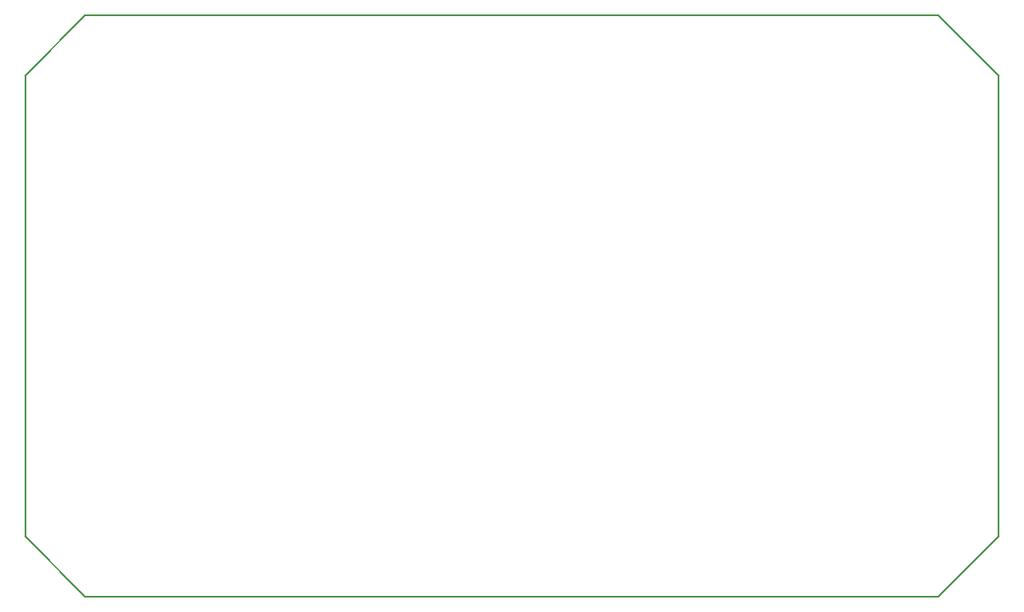
<source format=gbr>
G04 #@! TF.FileFunction,Profile,NP*
%FSLAX46Y46*%
G04 Gerber Fmt 4.6, Leading zero omitted, Abs format (unit mm)*
G04 Created by KiCad (PCBNEW 4.0.6) date 10/24/17 22:49:42*
%MOMM*%
%LPD*%
G01*
G04 APERTURE LIST*
%ADD10C,0.050000*%
%ADD11C,0.150000*%
G04 APERTURE END LIST*
D10*
D11*
X193000000Y-122000000D02*
X108000000Y-122000000D01*
X199000000Y-116000000D02*
X193000000Y-122000000D01*
X193000000Y-64000000D02*
X108000000Y-64000000D01*
X199000000Y-70000000D02*
X193000000Y-64000000D01*
X199000000Y-116000000D02*
X199000000Y-70000000D01*
X102000000Y-116000000D02*
X102000000Y-70000000D01*
X108000000Y-122000000D02*
X102000000Y-116000000D01*
X102000000Y-70000000D02*
X108000000Y-64000000D01*
M02*

</source>
